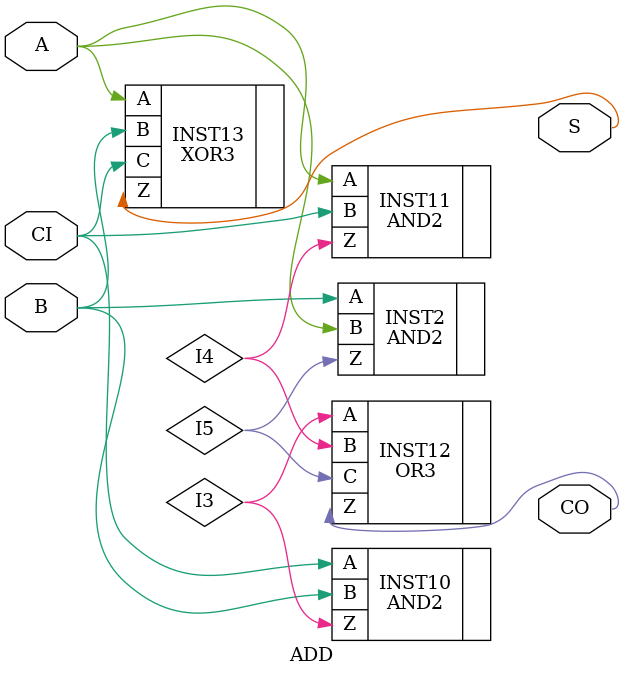
<source format=v>
`resetall
`timescale 1 ns / 100 ps

/* Created by DB2VERILOG Version 1.0.1.1 on Fri May 13 14:53:49 1994 */
/* module compiled from "lsl2db 3.6.4" run */

`celldefine
module ADD (A, B, CI, CO, S);
input  A, B, CI;
output CO, S;
AND2 INST10 (.A(CI), .B(B), .Z(I3));
AND2 INST11 (.A(A), .B(CI), .Z(I4));
OR3 INST12 (.A(I3), .B(I4), .C(I5), .Z(CO));
XOR3 INST13 (.A(A), .B(B), .C(CI), .Z(S));
AND2 INST2 (.A(B), .B(A), .Z(I5));

endmodule
`endcelldefine

</source>
